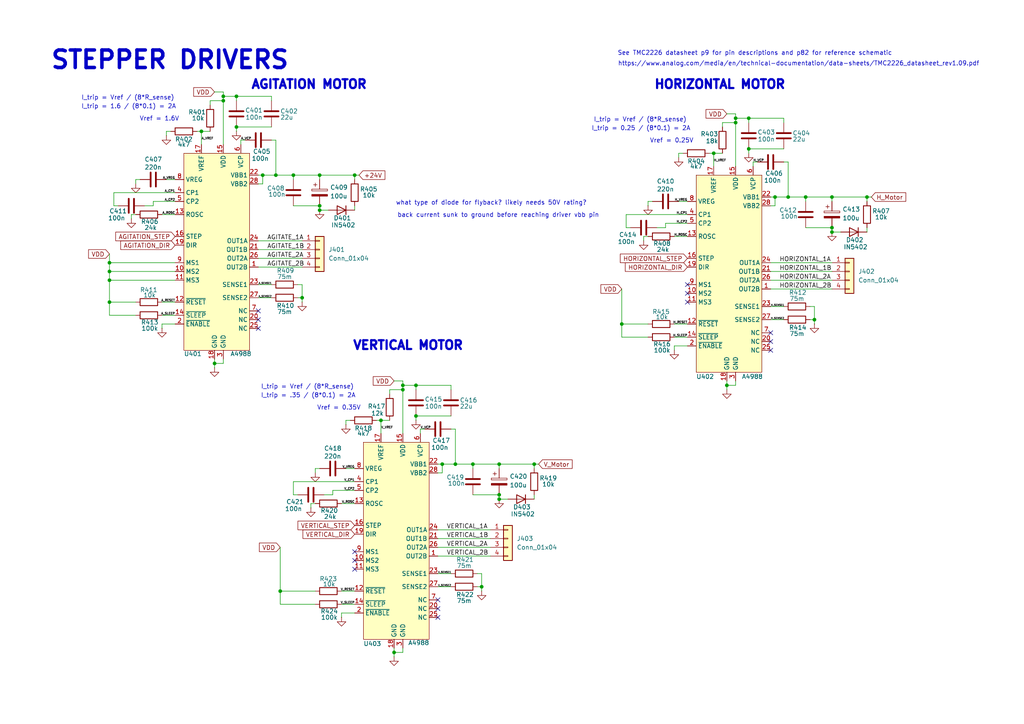
<source format=kicad_sch>
(kicad_sch (version 20250114) (generator "eeschema") (generator_version "9.0")
  (paper "A4")
  (lib_symbols
    (symbol "A4988_1"
      (property "Reference" "U" (at -7.874 20.066 0))
      (property "Value" "A4988" (at 7.366 -39.37 0))
      (symbol "A4988_1_1_1"
        (pin passive line (at -11.43 11.43 0) (length 2.54) (name "VREG") (number "8"))
        (pin input line (at -11.43 7.62 0) (length 2.54) (name "CP1") (number "4"))
        (pin input line (at -11.43 5.08 0) (length 2.54) (name "CP2") (number "5"))
        (pin input line (at -11.43 1.27 0) (length 2.54) (name "ROSC") (number "13"))
        (pin input line (at -11.43 -5.08 0) (length 2.54) (name "STEP") (number "16"))
        (pin input line (at -11.43 -7.62 0) (length 2.54) (name "DIR") (number "19"))
        (pin input line (at -11.43 -12.7 0) (length 2.54) (name "MS1") (number "9"))
        (pin input line (at -11.43 -15.24 0) (length 2.54) (name "MS2") (number "10"))
        (pin input line (at -11.43 -17.78 0) (length 2.54) (name "MS3") (number "11"))
        (pin input line (at -11.43 -24.13 0) (length 2.54) (name "~{RESET}") (number "12"))
        (pin input line (at -11.43 -27.94 0) (length 2.54) (name "~{SLEEP}") (number "14"))
        (pin input line (at -11.43 -30.48 0) (length 2.54) (name "~{ENABLE}") (number "2"))
        (pin passive line (at -3.81 21.59 270) (length 2.54) (name "VREF") (number "17"))
        (pin passive line (at 0 -40.64 90) (length 2.54) (name "GND") (number "18"))
        (pin passive line (at 2.54 21.59 270) (length 2.54) (name "VDD") (number "15"))
        (pin passive line (at 2.54 -40.64 90) (length 2.54) (name "GND") (number "3"))
        (pin input line (at 7.62 21.59 270) (length 2.54) (name "VCP") (number "6"))
        (pin input line (at 12.7 12.7 180) (length 2.54) (name "VBB1") (number "22"))
        (pin input line (at 12.7 10.16 180) (length 2.54) (name "VBB2") (number "28"))
        (pin output line (at 12.7 -6.35 180) (length 2.54) (name "OUT1A") (number "24"))
        (pin output line (at 12.7 -8.89 180) (length 2.54) (name "OUT1B") (number "21"))
        (pin output line (at 12.7 -11.43 180) (length 2.54) (name "OUT2A") (number "26"))
        (pin output line (at 12.7 -13.97 180) (length 2.54) (name "OUT2B") (number "1"))
        (pin passive line (at 12.7 -19.05 180) (length 2.54) (name "SENSE1") (number "23"))
        (pin passive line (at 12.7 -22.86 180) (length 2.54) (name "SENSE2") (number "27"))
        (pin passive line (at 12.7 -26.67 180) (length 2.54) (name "NC") (number "7"))
        (pin passive line (at 12.7 -29.21 180) (length 2.54) (name "NC") (number "20"))
        (pin passive line (at 12.7 -31.75 180) (length 2.54) (name "NC") (number "25"))
      )
    )
    (symbol "Connector_Generic:Conn_01x04" (pin_names (offset 1.016) (hide yes))
      (property "Reference" "J" (at 0 5.08 0))
      (property "Value" "Conn_01x04" (at 0 -7.62 0))
      (symbol "Conn_01x04_1_1"
        (pin passive line (at -5.08 2.54 0) (length 3.81) (name "Pin_1") (number "1"))
        (pin passive line (at -5.08 0 0) (length 3.81) (name "Pin_2") (number "2"))
        (pin passive line (at -5.08 -2.54 0) (length 3.81) (name "Pin_3") (number "3"))
        (pin passive line (at -5.08 -5.08 0) (length 3.81) (name "Pin_4") (number "4"))
      )
    )
    (symbol "Device:C" (pin_numbers (hide yes)) (pin_names (offset 0.254))
      (property "Reference" "C" (at 0.635 2.54 0))
      (property "Value" "C" (at 0.635 -2.54 0))
      (symbol "C_1_1"
        (pin passive line (at 0 3.81 270) (length 2.794) (name "~") (number "1"))
        (pin passive line (at 0 -3.81 90) (length 2.794) (name "~") (number "2"))
      )
    )
    (symbol "Device:C_Polarized" (pin_numbers (hide yes)) (pin_names (offset 0.254))
      (property "Reference" "C" (at 0.635 2.54 0))
      (property "Value" "C_Polarized" (at 0.635 -2.54 0))
      (symbol "C_Polarized_1_1"
        (pin passive line (at 0 3.81 270) (length 2.794) (name "~") (number "1"))
        (pin passive line (at 0 -3.81 90) (length 2.794) (name "~") (number "2"))
      )
    )
    (symbol "Device:D" (pin_numbers (hide yes)) (pin_names (offset 1.016) (hide yes))
      (property "Reference" "D" (at 0 2.54 0))
      (property "Value" "D" (at 0 -2.54 0))
      (symbol "D_1_1"
        (pin passive line (at -3.81 0 0) (length 2.54) (name "K") (number "1"))
        (pin passive line (at 3.81 0 180) (length 2.54) (name "A") (number "2"))
      )
    )
    (symbol "Device:R" (pin_numbers (hide yes)) (pin_names (offset 0))
      (property "Reference" "R" (at 2.032 0 90))
      (property "Value" "R" (at 0 0 90))
      (symbol "R_1_1"
        (pin passive line (at 0 3.81 270) (length 1.27) (name "~") (number "1"))
        (pin passive line (at 0 -3.81 90) (length 1.27) (name "~") (number "2"))
      )
    )
    (symbol "a4988_symbol:A4988"
      (property "Reference" "U" (at -7.874 20.066 0))
      (property "Value" "A4988" (at 7.366 -39.37 0))
      (symbol "A4988_1_1"
        (pin passive line (at -11.43 11.43 0) (length 2.54) (name "VREG") (number "8"))
        (pin input line (at -11.43 7.62 0) (length 2.54) (name "CP1") (number "4"))
        (pin input line (at -11.43 5.08 0) (length 2.54) (name "CP2") (number "5"))
        (pin input line (at -11.43 1.27 0) (length 2.54) (name "ROSC") (number "13"))
        (pin input line (at -11.43 -5.08 0) (length 2.54) (name "STEP") (number "16"))
        (pin input line (at -11.43 -7.62 0) (length 2.54) (name "DIR") (number "19"))
        (pin input line (at -11.43 -12.7 0) (length 2.54) (name "MS1") (number "9"))
        (pin input line (at -11.43 -15.24 0) (length 2.54) (name "MS2") (number "10"))
        (pin input line (at -11.43 -17.78 0) (length 2.54) (name "MS3") (number "11"))
        (pin input line (at -11.43 -24.13 0) (length 2.54) (name "~{RESET}") (number "12"))
        (pin input line (at -11.43 -27.94 0) (length 2.54) (name "~{SLEEP}") (number "14"))
        (pin input line (at -11.43 -30.48 0) (length 2.54) (name "~{ENABLE}") (number "2"))
        (pin passive line (at -3.81 21.59 270) (length 2.54) (name "VREF") (number "17"))
        (pin passive line (at 0 -40.64 90) (length 2.54) (name "GND") (number "18"))
        (pin passive line (at 2.54 21.59 270) (length 2.54) (name "VDD") (number "15"))
        (pin passive line (at 2.54 -40.64 90) (length 2.54) (name "GND") (number "3"))
        (pin input line (at 7.62 21.59 270) (length 2.54) (name "VCP") (number "6"))
        (pin input line (at 12.7 12.7 180) (length 2.54) (name "VBB1") (number "22"))
        (pin input line (at 12.7 10.16 180) (length 2.54) (name "VBB2") (number "28"))
        (pin output line (at 12.7 -6.35 180) (length 2.54) (name "OUT1A") (number "24"))
        (pin output line (at 12.7 -8.89 180) (length 2.54) (name "OUT1B") (number "21"))
        (pin output line (at 12.7 -11.43 180) (length 2.54) (name "OUT2A") (number "26"))
        (pin output line (at 12.7 -13.97 180) (length 2.54) (name "OUT2B") (number "1"))
        (pin passive line (at 12.7 -19.05 180) (length 2.54) (name "SENSE1") (number "23"))
        (pin passive line (at 12.7 -22.86 180) (length 2.54) (name "SENSE2") (number "27"))
        (pin passive line (at 12.7 -26.67 180) (length 2.54) (name "NC") (number "7"))
        (pin passive line (at 12.7 -29.21 180) (length 2.54) (name "NC") (number "20"))
        (pin passive line (at 12.7 -31.75 180) (length 2.54) (name "NC") (number "25"))
      )
    )
    (symbol "power:GND" (power) (pin_numbers (hide yes)) (pin_names (offset 0) (hide yes))
      (property "Value" "GND" (at 0 -3.81 0))
      (symbol "GND_1_1"
        (pin power_in line (at 0 0 270) (length 0) (name "~") (number "1"))
      )
    )
  )
  (text "I_trip = 0.25 / (8*0.1) = 2A" (at 185.928 37.338 0) (effects (font (size 1.27 1.27))))
  (text "I_trip = Vref / (8*R_sense)" (at 89.154 112.268 0) (effects (font (size 1.27 1.27))))
  (text "I_trip = Vref / (8*R_sense)" (at 37.084 28.448 0) (effects (font (size 1.27 1.27))))
  (text "Vref = 1.6V" (at 46.228 34.544 0) (effects (font (size 1.27 1.27))))
  (text "I_trip = Vref / (8*R_sense)" (at 185.674 34.798 0) (effects (font (size 1.27 1.27))))
  (text "VERTICAL MOTOR" (at 118.364 100.33 0) (effects (font (size 2.54 2.54) (thickness 1.016) (bold yes))))
  (text "back current sunk to ground before reaching driver vbb pin" (at 144.526 62.484 0) (effects (font (size 1.27 1.27))))
  (text "Vref = 0.35V" (at 98.298 118.364 0) (effects (font (size 1.27 1.27))))
  (text "I_trip = .35 / (8*0.1) = 2A" (at 89.408 114.808 0) (effects (font (size 1.27 1.27))))
  (text "AGITATION MOTOR" (at 89.662 24.638 0) (effects (font (size 2.54 2.54) (thickness 1.016) (bold yes))))
  (text "STEPPER DRIVERS" (at 49.276 17.526 0) (effects (font (size 5.08 5.08) (thickness 1.016) (bold yes))))
  (text "See TMC2226 datasheet p9 for pin descriptions and p82 for reference schematic\n" (at 218.948 15.494 0) (effects (font (size 1.27 1.27))))
  (text "Vref = 0.25V" (at 194.818 40.894 0) (effects (font (size 1.27 1.27))))
  (text "HORIZONTAL MOTOR" (at 208.788 24.638 0) (effects (font (size 2.54 2.54) (thickness 1.016) (bold yes))))
  (text "https://www.analog.com/media/en/technical-documentation/data-sheets/TMC2226_datasheet_rev1.09.pdf" (at 231.648 18.542 0) (effects (font (size 1.27 1.27))))
  (text "I_trip = 1.6 / (8*0.1) = 2A" (at 37.338 30.988 0) (effects (font (size 1.27 1.27))))
  (text "what type of diode for flyback? likely needs 50V rating?" (at 142.494 58.928 0) (effects (font (size 1.27 1.27))))
  (junction (at 180.34 93.98))
  (junction (at 217.17 43.18))
  (junction (at 241.3 57.15))
  (junction (at 64.77 29.21))
  (junction (at 62.23 105.41))
  (junction (at 110.49 121.92))
  (junction (at 92.71 50.8))
  (junction (at 68.58 27.94))
  (junction (at 120.65 120.65))
  (junction (at 217.17 34.29))
  (junction (at 102.87 50.8))
  (junction (at 31.75 81.28))
  (junction (at 233.68 57.15))
  (junction (at 224.79 57.15))
  (junction (at 64.77 27.94))
  (junction (at 31.75 78.74))
  (junction (at 58.42 38.1))
  (junction (at 251.46 57.15))
  (junction (at 144.78 144.78))
  (junction (at 241.3 66.04))
  (junction (at 128.27 134.62))
  (junction (at 68.58 36.83))
  (junction (at 213.36 34.29))
  (junction (at 154.94 134.62))
  (junction (at 92.71 59.69))
  (junction (at 116.84 113.03))
  (junction (at 228.6 57.15))
  (junction (at 87.63 86.36))
  (junction (at 139.7 170.18))
  (junction (at 31.75 76.2))
  (junction (at 92.71 60.96))
  (junction (at 76.2 50.8))
  (junction (at 210.82 111.76))
  (junction (at 144.78 134.62))
  (junction (at 241.3 67.31))
  (junction (at 80.01 50.8))
  (junction (at 236.22 92.71))
  (junction (at 207.01 44.45))
  (junction (at 120.65 111.76))
  (junction (at 31.75 87.63))
  (junction (at 144.78 143.51))
  (junction (at 213.36 35.56))
  (junction (at 132.08 134.62))
  (junction (at 114.3 189.23))
  (junction (at 116.84 111.76))
  (junction (at 137.16 134.62))
  (junction (at 85.09 50.8))
  (junction (at 81.28 171.45))
  (no_connect (at 223.52 96.52))
  (no_connect (at 102.87 162.56))
  (no_connect (at 199.39 87.63))
  (no_connect (at 74.93 90.17))
  (no_connect (at 74.93 92.71))
  (no_connect (at 199.39 82.55))
  (no_connect (at 199.39 85.09))
  (no_connect (at 102.87 160.02))
  (no_connect (at 74.93 95.25))
  (no_connect (at 127 179.07))
  (no_connect (at 102.87 165.1))
  (no_connect (at 127 176.53))
  (no_connect (at 223.52 101.6))
  (no_connect (at 127 173.99))
  (no_connect (at 223.52 99.06))
  (wire (pts (xy 101.6 121.92) (xy 100.33 121.92)))
  (wire (pts (xy 121.92 124.46) (xy 123.19 124.46)))
  (wire (pts (xy 223.52 88.9) (xy 227.33 88.9)))
  (wire (pts (xy 69.85 41.91) (xy 69.85 40.64)))
  (wire (pts (xy 50.8 78.74) (xy 31.75 78.74)))
  (wire (pts (xy 217.17 34.29) (xy 217.17 35.56)))
  (wire (pts (xy 96.52 142.24) (xy 96.52 143.51)))
  (wire (pts (xy 187.96 58.42) (xy 189.23 58.42)))
  (wire (pts (xy 85.09 139.7) (xy 85.09 143.51)))
  (wire (pts (xy 85.09 139.7) (xy 102.87 139.7)))
  (wire (pts (xy 114.3 110.49) (xy 116.84 110.49)))
  (wire (pts (xy 195.58 100.33) (xy 195.58 101.6)))
  (wire (pts (xy 209.55 35.56) (xy 213.36 35.56)))
  (wire (pts (xy 99.06 177.8) (xy 99.06 179.07)))
  (wire (pts (xy 78.74 40.64) (xy 80.01 40.64)))
  (wire (pts (xy 100.33 121.92) (xy 100.33 123.19)))
  (wire (pts (xy 38.1 62.23) (xy 38.1 63.5)))
  (wire (pts (xy 49.53 38.1) (xy 48.26 38.1)))
  (wire (pts (xy 96.52 142.24) (xy 102.87 142.24)))
  (wire (pts (xy 128.27 134.62) (xy 132.08 134.62)))
  (wire (pts (xy 116.84 189.23) (xy 114.3 189.23)))
  (wire (pts (xy 241.3 58.42) (xy 241.3 57.15)))
  (wire (pts (xy 68.58 36.83) (xy 68.58 38.1)))
  (wire (pts (xy 210.82 110.49) (xy 210.82 111.76)))
  (wire (pts (xy 74.93 77.47) (xy 87.63 77.47)))
  (wire (pts (xy 217.17 43.18) (xy 227.33 43.18)))
  (wire (pts (xy 102.87 50.8) (xy 104.14 50.8)))
  (wire (pts (xy 223.52 92.71) (xy 227.33 92.71)))
  (wire (pts (xy 64.77 41.91) (xy 64.77 29.21)))
  (wire (pts (xy 91.44 135.89) (xy 92.71 135.89)))
  (wire (pts (xy 31.75 81.28) (xy 31.75 78.74)))
  (wire (pts (xy 87.63 86.36) (xy 87.63 87.63)))
  (wire (pts (xy 93.98 143.51) (xy 96.52 143.51)))
  (wire (pts (xy 251.46 57.15) (xy 241.3 57.15)))
  (wire (pts (xy 195.58 93.98) (xy 199.39 93.98)))
  (wire (pts (xy 241.3 67.31) (xy 243.84 67.31)))
  (wire (pts (xy 81.28 158.75) (xy 81.28 171.45)))
  (wire (pts (xy 116.84 113.03) (xy 116.84 111.76)))
  (wire (pts (xy 99.06 171.45) (xy 102.87 171.45)))
  (wire (pts (xy 213.36 48.26) (xy 213.36 35.56)))
  (wire (pts (xy 180.34 97.79) (xy 180.34 93.98)))
  (wire (pts (xy 64.77 105.41) (xy 62.23 105.41)))
  (wire (pts (xy 144.78 143.51) (xy 144.78 144.78)))
  (wire (pts (xy 91.44 146.05) (xy 90.17 146.05)))
  (wire (pts (xy 223.52 76.2) (xy 241.3 76.2)))
  (wire (pts (xy 114.3 187.96) (xy 114.3 189.23)))
  (wire (pts (xy 207.01 44.45) (xy 207.01 48.26)))
  (wire (pts (xy 223.52 78.74) (xy 241.3 78.74)))
  (wire (pts (xy 236.22 92.71) (xy 236.22 93.98)))
  (wire (pts (xy 213.36 33.02) (xy 213.36 34.29)))
  (wire (pts (xy 46.99 93.98) (xy 46.99 95.25)))
  (wire (pts (xy 60.96 38.1) (xy 58.42 38.1)))
  (wire (pts (xy 241.3 66.04) (xy 241.3 67.31)))
  (wire (pts (xy 81.28 175.26) (xy 81.28 171.45)))
  (wire (pts (xy 100.33 135.89) (xy 102.87 135.89)))
  (wire (pts (xy 113.03 113.03) (xy 113.03 114.3)))
  (wire (pts (xy 46.99 62.23) (xy 50.8 62.23)))
  (wire (pts (xy 80.01 40.64) (xy 80.01 50.8)))
  (wire (pts (xy 210.82 111.76) (xy 210.82 113.03)))
  (wire (pts (xy 154.94 134.62) (xy 156.21 134.62)))
  (wire (pts (xy 91.44 137.16) (xy 91.44 135.89)))
  (wire (pts (xy 68.58 27.94) (xy 68.58 29.21)))
  (wire (pts (xy 139.7 166.37) (xy 139.7 170.18)))
  (wire (pts (xy 85.09 50.8) (xy 85.09 52.07)))
  (wire (pts (xy 50.8 81.28) (xy 31.75 81.28)))
  (wire (pts (xy 114.3 189.23) (xy 114.3 190.5)))
  (wire (pts (xy 44.45 58.42) (xy 50.8 58.42)))
  (wire (pts (xy 205.74 44.45) (xy 207.01 44.45)))
  (wire (pts (xy 62.23 104.14) (xy 62.23 105.41)))
  (wire (pts (xy 64.77 26.67) (xy 64.77 27.94)))
  (wire (pts (xy 113.03 121.92) (xy 110.49 121.92)))
  (wire (pts (xy 50.8 76.2) (xy 31.75 76.2)))
  (wire (pts (xy 193.04 64.77) (xy 193.04 66.04)))
  (wire (pts (xy 233.68 66.04) (xy 241.3 66.04)))
  (wire (pts (xy 121.92 125.73) (xy 121.92 124.46)))
  (wire (pts (xy 85.09 143.51) (xy 86.36 143.51)))
  (wire (pts (xy 116.84 111.76) (xy 120.65 111.76)))
  (wire (pts (xy 64.77 29.21) (xy 64.77 27.94)))
  (wire (pts (xy 234.95 92.71) (xy 236.22 92.71)))
  (wire (pts (xy 223.52 59.69) (xy 224.79 59.69)))
  (wire (pts (xy 234.95 88.9) (xy 236.22 88.9)))
  (wire (pts (xy 251.46 66.04) (xy 251.46 67.31)))
  (wire (pts (xy 228.6 57.15) (xy 233.68 57.15)))
  (wire (pts (xy 86.36 86.36) (xy 87.63 86.36)))
  (wire (pts (xy 39.37 52.07) (xy 40.64 52.07)))
  (wire (pts (xy 120.65 111.76) (xy 120.65 113.03)))
  (wire (pts (xy 109.22 121.92) (xy 110.49 121.92)))
  (wire (pts (xy 224.79 57.15) (xy 224.79 59.69)))
  (wire (pts (xy 127 156.21) (xy 142.24 156.21)))
  (wire (pts (xy 31.75 78.74) (xy 31.75 76.2)))
  (wire (pts (xy 33.02 55.88) (xy 50.8 55.88)))
  (wire (pts (xy 128.27 134.62) (xy 127 134.62)))
  (wire (pts (xy 224.79 57.15) (xy 228.6 57.15)))
  (wire (pts (xy 39.37 62.23) (xy 38.1 62.23)))
  (wire (pts (xy 58.42 38.1) (xy 58.42 41.91)))
  (wire (pts (xy 186.69 68.58) (xy 186.69 69.85)))
  (wire (pts (xy 62.23 105.41) (xy 62.23 106.68)))
  (wire (pts (xy 46.99 91.44) (xy 50.8 91.44)))
  (wire (pts (xy 64.77 27.94) (xy 68.58 27.94)))
  (wire (pts (xy 102.87 50.8) (xy 92.71 50.8)))
  (wire (pts (xy 80.01 50.8) (xy 85.09 50.8)))
  (wire (pts (xy 180.34 83.82) (xy 180.34 93.98)))
  (wire (pts (xy 74.93 72.39) (xy 87.63 72.39)))
  (wire (pts (xy 138.43 170.18) (xy 139.7 170.18)))
  (wire (pts (xy 81.28 171.45) (xy 91.44 171.45)))
  (wire (pts (xy 209.55 44.45) (xy 207.01 44.45)))
  (wire (pts (xy 46.99 93.98) (xy 50.8 93.98)))
  (wire (pts (xy 60.96 29.21) (xy 60.96 30.48)))
  (wire (pts (xy 196.85 44.45) (xy 196.85 45.72)))
  (wire (pts (xy 39.37 53.34) (xy 39.37 52.07)))
  (wire (pts (xy 69.85 40.64) (xy 71.12 40.64)))
  (wire (pts (xy 224.79 57.15) (xy 223.52 57.15)))
  (wire (pts (xy 144.78 144.78) (xy 147.32 144.78)))
  (wire (pts (xy 130.81 111.76) (xy 130.81 113.03)))
  (wire (pts (xy 127 158.75) (xy 142.24 158.75)))
  (wire (pts (xy 31.75 87.63) (xy 31.75 81.28)))
  (wire (pts (xy 127 161.29) (xy 142.24 161.29)))
  (wire (pts (xy 127 153.67) (xy 142.24 153.67)))
  (wire (pts (xy 181.61 66.04) (xy 182.88 66.04)))
  (wire (pts (xy 92.71 59.69) (xy 92.71 60.96)))
  (wire (pts (xy 138.43 166.37) (xy 139.7 166.37)))
  (wire (pts (xy 85.09 50.8) (xy 92.71 50.8)))
  (wire (pts (xy 33.02 59.69) (xy 34.29 59.69)))
  (wire (pts (xy 116.84 110.49) (xy 116.84 111.76)))
  (wire (pts (xy 213.36 111.76) (xy 210.82 111.76)))
  (wire (pts (xy 180.34 97.79) (xy 187.96 97.79)))
  (wire (pts (xy 217.17 34.29) (xy 227.33 34.29)))
  (wire (pts (xy 33.02 55.88) (xy 33.02 59.69)))
  (wire (pts (xy 127 170.18) (xy 130.81 170.18)))
  (wire (pts (xy 137.16 143.51) (xy 144.78 143.51)))
  (wire (pts (xy 81.28 175.26) (xy 91.44 175.26)))
  (wire (pts (xy 116.84 125.73) (xy 116.84 113.03)))
  (wire (pts (xy 154.94 143.51) (xy 154.94 144.78)))
  (wire (pts (xy 76.2 50.8) (xy 80.01 50.8)))
  (wire (pts (xy 48.26 52.07) (xy 50.8 52.07)))
  (wire (pts (xy 78.74 27.94) (xy 78.74 29.21)))
  (wire (pts (xy 90.17 146.05) (xy 90.17 147.32)))
  (wire (pts (xy 85.09 59.69) (xy 92.71 59.69)))
  (wire (pts (xy 62.23 26.67) (xy 64.77 26.67)))
  (wire (pts (xy 46.99 87.63) (xy 50.8 87.63)))
  (wire (pts (xy 181.61 62.23) (xy 181.61 66.04)))
  (wire (pts (xy 227.33 34.29) (xy 227.33 35.56)))
  (wire (pts (xy 120.65 111.76) (xy 130.81 111.76)))
  (wire (pts (xy 120.65 120.65) (xy 120.65 121.92)))
  (wire (pts (xy 233.68 57.15) (xy 241.3 57.15)))
  (wire (pts (xy 120.65 120.65) (xy 130.81 120.65)))
  (wire (pts (xy 132.08 134.62) (xy 137.16 134.62)))
  (wire (pts (xy 41.91 59.69) (xy 44.45 59.69)))
  (wire (pts (xy 99.06 175.26) (xy 102.87 175.26)))
  (wire (pts (xy 48.26 38.1) (xy 48.26 39.37)))
  (wire (pts (xy 137.16 134.62) (xy 144.78 134.62)))
  (wire (pts (xy 110.49 121.92) (xy 110.49 125.73)))
  (wire (pts (xy 127 166.37) (xy 130.81 166.37)))
  (wire (pts (xy 144.78 135.89) (xy 144.78 134.62)))
  (wire (pts (xy 154.94 134.62) (xy 144.78 134.62)))
  (wire (pts (xy 196.85 58.42) (xy 199.39 58.42)))
  (wire (pts (xy 102.87 52.07) (xy 102.87 50.8)))
  (wire (pts (xy 251.46 58.42) (xy 251.46 57.15)))
  (wire (pts (xy 198.12 44.45) (xy 196.85 44.45)))
  (wire (pts (xy 76.2 50.8) (xy 76.2 53.34)))
  (wire (pts (xy 31.75 91.44) (xy 31.75 87.63)))
  (wire (pts (xy 223.52 83.82) (xy 241.3 83.82)))
  (wire (pts (xy 218.44 48.26) (xy 218.44 46.99)))
  (wire (pts (xy 213.36 34.29) (xy 217.17 34.29)))
  (wire (pts (xy 187.96 68.58) (xy 186.69 68.58)))
  (wire (pts (xy 217.17 43.18) (xy 217.17 44.45)))
  (wire (pts (xy 99.06 177.8) (xy 102.87 177.8)))
  (wire (pts (xy 87.63 82.55) (xy 87.63 86.36)))
  (wire (pts (xy 180.34 93.98) (xy 187.96 93.98)))
  (wire (pts (xy 99.06 146.05) (xy 102.87 146.05)))
  (wire (pts (xy 31.75 91.44) (xy 39.37 91.44)))
  (wire (pts (xy 130.81 124.46) (xy 132.08 124.46)))
  (wire (pts (xy 195.58 100.33) (xy 199.39 100.33)))
  (wire (pts (xy 74.93 69.85) (xy 87.63 69.85)))
  (wire (pts (xy 74.93 86.36) (xy 78.74 86.36)))
  (wire (pts (xy 127 137.16) (xy 128.27 137.16)))
  (wire (pts (xy 195.58 97.79) (xy 199.39 97.79)))
  (wire (pts (xy 113.03 113.03) (xy 116.84 113.03)))
  (wire (pts (xy 187.96 59.69) (xy 187.96 58.42)))
  (wire (pts (xy 102.87 59.69) (xy 102.87 60.96)))
  (wire (pts (xy 236.22 88.9) (xy 236.22 92.71)))
  (wire (pts (xy 116.84 187.96) (xy 116.84 189.23)))
  (wire (pts (xy 139.7 170.18) (xy 139.7 171.45)))
  (wire (pts (xy 68.58 27.94) (xy 78.74 27.94)))
  (wire (pts (xy 218.44 46.99) (xy 219.71 46.99)))
  (wire (pts (xy 195.58 68.58) (xy 199.39 68.58)))
  (wire (pts (xy 64.77 104.14) (xy 64.77 105.41)))
  (wire (pts (xy 68.58 36.83) (xy 78.74 36.83)))
  (wire (pts (xy 137.16 134.62) (xy 137.16 135.89)))
  (wire (pts (xy 193.04 64.77) (xy 199.39 64.77)))
  (wire (pts (xy 233.68 57.15) (xy 233.68 58.42)))
  (wire (pts (xy 210.82 33.02) (xy 213.36 33.02)))
  (wire (pts (xy 31.75 73.66) (xy 31.75 76.2)))
  (wire (pts (xy 92.71 60.96) (xy 95.25 60.96)))
  (wire (pts (xy 209.55 35.56) (xy 209.55 36.83)))
  (wire (pts (xy 92.71 52.07) (xy 92.71 50.8)))
  (wire (pts (xy 57.15 38.1) (xy 58.42 38.1)))
  (wire (pts (xy 74.93 82.55) (xy 78.74 82.55)))
  (wire (pts (xy 74.93 53.34) (xy 76.2 53.34)))
  (wire (pts (xy 86.36 82.55) (xy 87.63 82.55)))
  (wire (pts (xy 223.52 81.28) (xy 241.3 81.28)))
  (wire (pts (xy 132.08 124.46) (xy 132.08 134.62)))
  (wire (pts (xy 74.93 74.93) (xy 87.63 74.93)))
  (wire (pts (xy 228.6 46.99) (xy 228.6 57.15)))
  (wire (pts (xy 31.75 87.63) (xy 39.37 87.63)))
  (wire (pts (xy 181.61 62.23) (xy 199.39 62.23)))
  (wire (pts (xy 76.2 50.8) (xy 74.93 50.8)))
  (wire (pts (xy 227.33 46.99) (xy 228.6 46.99)))
  (wire (pts (xy 213.36 35.56) (xy 213.36 34.29)))
  (wire (pts (xy 190.5 66.04) (xy 193.04 66.04)))
  (wire (pts (xy 213.36 110.49) (xy 213.36 111.76)))
  (wire (pts (xy 251.46 57.15) (xy 252.73 57.15)))
  (wire (pts (xy 60.96 29.21) (xy 64.77 29.21)))
  (wire (pts (xy 44.45 58.42) (xy 44.45 59.69)))
  (wire (pts (xy 154.94 135.89) (xy 154.94 134.62)))
  (wire (pts (xy 128.27 134.62) (xy 128.27 137.16)))
  (label "V_CP2" (at 102.87 142.24 180) (effects (font (size 0.635 0.635))))
  (label "H_RESET" (at 199.39 93.98 180) (effects (font (size 0.635 0.635))))
  (label "AGITATE_2B" (at 77.47 77.47 0))
  (label "VERTICAL_2A" (at 129.54 158.75 0))
  (label "HORIZONTAL_1A" (at 226.06 76.2 0))
  (label "AGITATE_1B" (at 77.47 72.39 0))
  (label "V_RESET" (at 102.87 171.45 180) (effects (font (size 0.635 0.635))))
  (label "H_SENSE2" (at 223.52 92.71 0) (effects (font (size 0.508 0.508))))
  (label "H_SLEEP" (at 199.39 97.79 180) (effects (font (size 0.635 0.635))))
  (label "A_SENSE2" (at 74.93 86.36 0) (effects (font (size 0.508 0.508))))
  (label "V_VCP" (at 121.92 124.46 0) (effects (font (size 0.635 0.635))))
  (label "A_CP1" (at 50.8 55.88 180) (effects (font (size 0.635 0.635))))
  (label "HORIZONTAL_2B" (at 226.06 83.82 0))
  (label "H_CP1" (at 199.39 62.23 180) (effects (font (size 0.635 0.635))))
  (label "H_VREG" (at 199.39 58.42 180) (effects (font (size 0.635 0.635))))
  (label "A_SENSE1" (at 74.93 82.55 0) (effects (font (size 0.508 0.508))))
  (label "VERTICAL_1B" (at 129.54 156.21 0))
  (label "A_RESET" (at 50.8 87.63 180) (effects (font (size 0.635 0.635))))
  (label "V_ROSC" (at 102.87 146.05 180) (effects (font (size 0.635 0.635))))
  (label "V_SENSE1" (at 127 166.37 0) (effects (font (size 0.508 0.508))))
  (label "AGITATE_2A" (at 77.47 74.93 0))
  (label "V_VREG" (at 102.87 135.89 180) (effects (font (size 0.635 0.635))))
  (label "H_CP2" (at 199.39 64.77 180) (effects (font (size 0.635 0.635))))
  (label "A_VREG" (at 50.8 52.07 180) (effects (font (size 0.635 0.635))))
  (label "V_VREF" (at 110.49 124.46 0) (effects (font (size 0.635 0.635))))
  (label "A_SLEEP" (at 50.8 91.44 180) (effects (font (size 0.635 0.635))))
  (label "VERTICAL_1A" (at 129.54 153.67 0))
  (label "VERTICAL_2B" (at 129.54 161.29 0))
  (label "A_ROSC" (at 50.8 62.23 180) (effects (font (size 0.635 0.635))))
  (label "A_VREF" (at 58.42 40.64 0) (effects (font (size 0.635 0.635))))
  (label "HORIZONTAL_2A" (at 226.06 81.28 0))
  (label "V_CP1" (at 102.87 139.7 180) (effects (font (size 0.635 0.635))))
  (label "A_VCP" (at 69.85 40.64 0) (effects (font (size 0.635 0.635))))
  (label "AGITATE_1A" (at 77.47 69.85 0))
  (label "A_CP2" (at 50.8 58.42 180) (effects (font (size 0.635 0.635))))
  (label "H_VCP" (at 218.44 46.99 0) (effects (font (size 0.635 0.635))))
  (label "V_SLEEP" (at 102.87 175.26 180) (effects (font (size 0.635 0.635))))
  (label "H_VREF" (at 207.01 46.99 0) (effects (font (size 0.635 0.635))))
  (label "HORIZONTAL_1B" (at 226.06 78.74 0))
  (label "H_ROSC" (at 199.39 68.58 180) (effects (font (size 0.635 0.635))))
  (label "V_SENSE2" (at 127 170.18 0) (effects (font (size 0.508 0.508))))
  (label "H_SENSE1" (at 223.52 88.9 0) (effects (font (size 0.508 0.508))))
  (global_label "VDD" (shape input) (at 180.34 83.82 180) (property "Intersheetrefs" "${INTERSHEET_REFS}" (effects (hide yes))))
  (global_label "+24V" (shape input) (at 104.14 50.8 0) (property "Intersheetrefs" "${INTERSHEET_REFS}" (effects (hide yes))))
  (global_label "VERTICAL_DIR" (shape input) (at 102.87 154.94 180) (property "Intersheetrefs" "${INTERSHEET_REFS}" (effects (hide yes))))
  (global_label "VDD" (shape input) (at 114.3 110.49 180) (property "Intersheetrefs" "${INTERSHEET_REFS}" (effects (hide yes))))
  (global_label "AGITATION_STEP" (shape input) (at 50.8 68.58 180) (property "Intersheetrefs" "${INTERSHEET_REFS}" (effects (hide yes))))
  (global_label "VDD" (shape input) (at 210.82 33.02 180) (property "Intersheetrefs" "${INTERSHEET_REFS}" (effects (hide yes))))
  (global_label "HORIZONTAL_DIR" (shape input) (at 199.39 77.47 180) (property "Intersheetrefs" "${INTERSHEET_REFS}" (effects (hide yes))))
  (global_label "VDD" (shape input) (at 62.23 26.67 180) (property "Intersheetrefs" "${INTERSHEET_REFS}" (effects (hide yes))))
  (global_label "AGITATION_DIR" (shape input) (at 50.8 71.12 180) (property "Intersheetrefs" "${INTERSHEET_REFS}" (effects (hide yes))))
  (global_label "VERTICAL_STEP" (shape input) (at 102.87 152.4 180) (property "Intersheetrefs" "${INTERSHEET_REFS}" (effects (hide yes))))
  (global_label "VDD" (shape input) (at 31.75 73.66 180) (property "Intersheetrefs" "${INTERSHEET_REFS}" (effects (hide yes))))
  (global_label "HORIZONTAL_STEP" (shape input) (at 199.39 74.93 180) (property "Intersheetrefs" "${INTERSHEET_REFS}" (effects (hide yes))))
  (global_label "H_Motor" (shape input) (at 252.73 57.15 0) (property "Intersheetrefs" "${INTERSHEET_REFS}" (effects (hide yes))))
  (global_label "VDD" (shape input) (at 81.28 158.75 180) (property "Intersheetrefs" "${INTERSHEET_REFS}" (effects (hide yes))))
  (global_label "V_Motor" (shape input) (at 156.21 134.62 0) (property "Intersheetrefs" "${INTERSHEET_REFS}" (effects (hide yes))))
  (symbol (lib_id "power:GND") (at 196.85 45.72 0) (unit 1)
    (property "Reference" "#PWR0404" (effects (hide yes)))
    (property "Value" "GND" (effects (hide yes)))
    (property "Description" "Power symbol creates a global label with name \"GND\" , ground" (effects (hide yes)))
  )
  (symbol (lib_id "power:GND") (at 186.69 69.85 0) (unit 1)
    (property "Reference" "#PWR0410" (effects (hide yes)))
    (property "Value" "GND" (effects (hide yes)))
    (property "Description" "Power symbol creates a global label with name \"GND\" , ground" (effects (hide yes)))
  )
  (symbol (lib_id "Device:C_Polarized") (at 144.78 139.7 0) (unit 1) (in_bom no)
    (property "Reference" "C420" (at 147.828 138.176 0) (effects (justify left)))
    (property "Value" "100u" (at 147.828 140.716 0) (effects (justify left)))
    (property "Footprint" "Capacitor_THT:CP_Radial_D16.0mm_P7.50mm" (effects (hide yes)))
    (property "Description" "Polarized capacitor" (effects (hide yes)))
  )
  (symbol (lib_id "Device:R") (at 43.18 87.63 90) (unit 1)
    (property "Reference" "R411" (at 45.72 84.074 90) (effects (justify left)))
    (property "Value" "10k" (at 45.212 85.598 90) (effects (justify left)))
    (property "Footprint" "Resistor_SMD:R_0603_1608Metric" (effects (hide yes)))
    (property "Description" "Resistor" (effects (hide yes)))
    (property "Manufacturer" "UNI-ROYAL(Uniroyal Elec)" (effects (hide yes)))
    (property "MPN" "0603WAF1002T5E" (effects (hide yes)))
    (property "LCSC Part Number" "C25804" (effects (hide yes)))
  )
  (symbol (lib_id "Device:C") (at 137.16 139.7 180) (unit 1)
    (property "Reference" "C419" (at 134.62 138.43 0) (effects (justify left)))
    (property "Value" "100n" (at 134.874 140.208 0) (effects (justify left)))
    (property "Footprint" "Capacitor_SMD:C_0603_1608Metric" (effects (hide yes)))
    (property "Description" "Unpolarized capacitor" (effects (hide yes)))
    (property "Manufacturer" "YAGEO" (effects (hide yes)))
    (property "MPN" "CC0603KRX7R9BB104" (effects (hide yes)))
    (property "LCSC Part Number" "C14663" (effects (hide yes)))
  )
  (symbol (lib_id "Device:R") (at 191.77 97.79 90) (unit 1)
    (property "Reference" "R416" (at 192.024 99.822 90))
    (property "Value" "100k" (at 192.024 101.6 90))
    (property "Footprint" "Resistor_SMD:R_0603_1608Metric" (effects (hide yes)))
    (property "Description" "Resistor" (effects (hide yes)))
    (property "Manufacturer" "UNI-ROYAL(Uniroyal Elec)" (effects (hide yes)))
    (property "MPN" "0603WAF1003T5E" (effects (hide yes)))
    (property "LCSC Part Number" "C25803" (effects (hide yes)))
  )
  (symbol (lib_id "power:GND") (at 92.71 60.96 0) (unit 1)
    (property "Reference" "#PWR0407" (effects (hide yes)))
    (property "Value" "GND" (effects (hide yes)))
    (property "Description" "Power symbol creates a global label with name \"GND\" , ground" (effects (hide yes)))
  )
  (symbol (lib_id "Device:C") (at 193.04 58.42 270) (unit 1)
    (property "Reference" "C410" (at 190.5 52.578 90) (effects (justify left)))
    (property "Value" "220n" (at 190.5 54.864 90) (effects (justify left)))
    (property "Footprint" "Capacitor_SMD:C_0805_2012Metric" (effects (hide yes)))
    (property "Description" "Unpolarized capacitor" (effects (hide yes)))
    (property "Manufacturer" "Samsung Electro-Mechanics" (effects (hide yes)))
    (property "MPN" "CL21B224KBFNNNE" (effects (hide yes)))
    (property "LCSC Part Number" "C5378" (effects (hide yes)))
  )
  (symbol (lib_id "power:GND") (at 62.23 106.68 0) (unit 1)
    (property "Reference" "#PWR0415" (effects (hide yes)))
    (property "Value" "GND" (effects (hide yes)))
    (property "Description" "Power symbol creates a global label with name \"GND\" , ground" (effects (hide yes)))
  )
  (symbol (lib_id "Device:D") (at 151.13 144.78 180) (unit 1) (in_bom no)
    (property "Reference" "D403" (at 151.384 147.066 0))
    (property "Value" "IN5402" (at 151.638 149.098 0))
    (property "Footprint" "Diode_THT:D_DO-27_P15.24mm_Horizontal" (effects (hide yes)))
    (property "Description" "Diode" (effects (hide yes)))
    (property "Sim.Device" "D" (effects (hide yes)))
    (property "Sim.Pins" "1=K 2=A" (effects (hide yes)))
  )
  (symbol (lib_id "a4988_symbol:A4988") (at 114.3 147.32 0) (unit 1)
    (property "Reference" "U403" (at 105.41 186.69 0) (effects (justify left)))
    (property "Value" "A4988" (at 118.364 186.436 0) (effects (justify left)))
    (property "Footprint" "Package_DFN_QFN:QFN-28-1EP_5x5mm_P0.5mm_EP3.25x3.25mm_ThermalVias" (effects (hide yes)))
    (property "Datasheet" "kicad-embed://A4988-Datasheet.pdf" (effects (hide yes)))
    (property "Manufacturer" "Allegro MicroSystems, LLC" (effects (hide yes)))
    (property "MPN" "A4988SETTR-T" (effects (hide yes)))
    (property "LCSC Part Number" "C38437" (effects (hide yes)))
  )
  (symbol (lib_id "Device:R") (at 95.25 171.45 90) (unit 1)
    (property "Reference" "R423" (at 97.79 167.894 90) (effects (justify left)))
    (property "Value" "10k" (at 97.282 169.418 90) (effects (justify left)))
    (property "Footprint" "Resistor_SMD:R_0603_1608Metric" (effects (hide yes)))
    (property "Description" "Resistor" (effects (hide yes)))
    (property "Manufacturer" "UNI-ROYAL(Uniroyal Elec)" (effects (hide yes)))
    (property "MPN" "0603WAF1002T5E" (effects (hide yes)))
    (property "LCSC Part Number" "C25804" (effects (hide yes)))
  )
  (symbol (lib_id "power:GND") (at 210.82 113.03 0) (unit 1)
    (property "Reference" "#PWR0416" (effects (hide yes)))
    (property "Value" "GND" (effects (hide yes)))
    (property "Description" "Power symbol creates a global label with name \"GND\" , ground" (effects (hide yes)))
  )
  (symbol (lib_id "power:GND") (at 39.37 53.34 0) (unit 1)
    (property "Reference" "#PWR0405" (effects (hide yes)))
    (property "Value" "GND" (effects (hide yes)))
    (property "Description" "Power symbol creates a global label with name \"GND\" , ground" (effects (hide yes)))
  )
  (symbol (lib_id "power:GND") (at 91.44 137.16 0) (unit 1)
    (property "Reference" "#PWR0419" (effects (hide yes)))
    (property "Value" "GND" (effects (hide yes)))
    (property "Description" "Power symbol creates a global label with name \"GND\" , ground" (effects (hide yes)))
  )
  (symbol (lib_id "Device:R") (at 53.34 38.1 270) (unit 1)
    (property "Reference" "R402" (at 53.34 40.386 90))
    (property "Value" "4k7" (at 53.34 41.91 90))
    (property "Footprint" "Resistor_SMD:R_0603_1608Metric" (effects (hide yes)))
    (property "Description" "Resistor" (effects (hide yes)))
    (property "Manufacturer" "UNI-ROYAL(Uniroyal Elec)" (effects (hide yes)))
    (property "MPN" "0603WAF4701T5E" (effects (hide yes)))
    (property "LCSC Part Number" "C23162" (effects (hide yes)))
  )
  (symbol (lib_id "Device:R") (at 113.03 118.11 180) (unit 1)
    (property "Reference" "R417" (at 109.22 117.856 0))
    (property "Value" "12k" (at 109.474 119.888 0))
    (property "Footprint" "Resistor_SMD:R_0603_1608Metric" (effects (hide yes)))
    (property "Description" "Resistor" (effects (hide yes)))
    (property "Manufacturer" "UNI-ROYAL(Uniroyal Elec)" (effects (hide yes)))
    (property "MPN" "0603WAF1202T5E" (effects (hide yes)))
    (property "LCSC Part Number" "C22790" (effects (hide yes)))
  )
  (symbol (lib_id "Device:C") (at 74.93 40.64 90) (unit 1)
    (property "Reference" "C405" (at 78.486 43.942 90) (effects (justify left)))
    (property "Value" "100n" (at 77.978 45.974 90) (effects (justify left)))
    (property "Footprint" "Capacitor_SMD:C_0603_1608Metric" (effects (hide yes)))
    (property "Description" "Unpolarized capacitor" (effects (hide yes)))
    (property "Manufacturer" "YAGEO" (effects (hide yes)))
    (property "MPN" "CC0603KRX7R9BB104" (effects (hide yes)))
    (property "LCSC Part Number" "C14663" (effects (hide yes)))
  )
  (symbol (lib_id "Device:R") (at 154.94 139.7 0) (unit 1)
    (property "Reference" "R419" (at 156.464 138.684 0) (effects (justify left)))
    (property "Value" "10k" (at 157.226 140.462 0) (effects (justify left)))
    (property "Footprint" "Resistor_SMD:R_0603_1608Metric" (effects (hide yes)))
    (property "Description" "Resistor" (effects (hide yes)))
    (property "Manufacturer" "UNI-ROYAL(Uniroyal Elec)" (effects (hide yes)))
    (property "MPN" "0603WAF1002T5E" (effects (hide yes)))
    (property "LCSC Part Number" "C25804" (effects (hide yes)))
  )
  (symbol (lib_id "Device:R") (at 209.55 40.64 0) (unit 1)
    (property "Reference" "R403" (at 205.74 38.862 0))
    (property "Value" "18k" (at 206.502 40.894 0))
    (property "Footprint" "Resistor_SMD:R_0603_1608Metric" (effects (hide yes)))
    (property "Description" "Resistor" (effects (hide yes)))
    (property "Manufacturer" "UNI-ROYAL(Uniroyal Elec)" (effects (hide yes)))
    (property "MPN" "0603WAF1802T5E" (effects (hide yes)))
    (property "LCSC Part Number" "C25810" (effects (hide yes)))
  )
  (symbol (lib_id "power:GND") (at 236.22 93.98 0) (unit 1)
    (property "Reference" "#PWR0412" (effects (hide yes)))
    (property "Value" "GND" (effects (hide yes)))
    (property "Description" "Power symbol creates a global label with name \"GND\" , ground" (effects (hide yes)))
  )
  (symbol (lib_id "Device:R") (at 231.14 88.9 90) (unit 1)
    (property "Reference" "R412" (at 231.394 84.836 90))
    (property "Value" "75m" (at 231.14 86.614 90))
    (property "Footprint" "Resistor_SMD:R_1206_3216Metric" (effects (hide yes)))
    (property "Description" "Resistor" (effects (hide yes)))
    (property "Manufacturer" "Ever Ohms Tech" (effects (hide yes)))
    (property "MPN" "CR1206FR075P05R" (effects (hide yes)))
    (property "LCSC Part Number" "C149663" (effects (hide yes)))
  )
  (symbol (lib_id "Device:C") (at 38.1 59.69 90) (unit 1)
    (property "Reference" "C411" (at 36.83 61.214 90) (effects (justify left)))
    (property "Value" "100n" (at 36.322 63.246 90) (effects (justify left)))
    (property "Footprint" "Capacitor_SMD:C_0603_1608Metric" (effects (hide yes)))
    (property "Description" "Unpolarized capacitor" (effects (hide yes)))
    (property "Manufacturer" "YAGEO" (effects (hide yes)))
    (property "MPN" "CC0603KRX7R9BB104" (effects (hide yes)))
    (property "LCSC Part Number" "C14663" (effects (hide yes)))
  )
  (symbol (lib_id "Device:C") (at 127 124.46 90) (unit 1)
    (property "Reference" "C417" (at 130.556 127.762 90) (effects (justify left)))
    (property "Value" "100n" (at 130.048 129.794 90) (effects (justify left)))
    (property "Footprint" "Capacitor_SMD:C_0603_1608Metric" (effects (hide yes)))
    (property "Description" "Unpolarized capacitor" (effects (hide yes)))
    (property "Manufacturer" "YAGEO" (effects (hide yes)))
    (property "MPN" "CC0603KRX7R9BB104" (effects (hide yes)))
    (property "LCSC Part Number" "C14663" (effects (hide yes)))
  )
  (symbol (lib_id "Device:R") (at 201.93 44.45 270) (unit 1)
    (property "Reference" "R404" (at 201.93 46.736 90))
    (property "Value" "4k7" (at 201.93 48.26 90))
    (property "Footprint" "Resistor_SMD:R_0603_1608Metric" (effects (hide yes)))
    (property "Description" "Resistor" (effects (hide yes)))
    (property "Manufacturer" "UNI-ROYAL(Uniroyal Elec)" (effects (hide yes)))
    (property "MPN" "0603WAF4701T5E" (effects (hide yes)))
    (property "LCSC Part Number" "C23162" (effects (hide yes)))
  )
  (symbol (lib_id "power:GND") (at 90.17 147.32 0) (unit 1)
    (property "Reference" "#PWR0421" (effects (hide yes)))
    (property "Value" "GND" (effects (hide yes)))
    (property "Description" "Power symbol creates a global label with name \"GND\" , ground" (effects (hide yes)))
  )
  (symbol (lib_id "Device:C") (at 130.81 116.84 0) (unit 1)
    (property "Reference" "C416" (at 133.35 116.078 0) (effects (justify left)))
    (property "Value" "22u" (at 133.35 117.856 0) (effects (justify left)))
    (property "Footprint" "Capacitor_SMD:C_0603_1608Metric" (effects (hide yes)))
    (property "Description" "Unpolarized capacitor" (effects (hide yes)))
    (property "Manufacturer" "Samsung Electro-Mechanics" (effects (hide yes)))
    (property "MPN" "CL21A226MAQNNNE" (effects (hide yes)))
    (property "LCSC Part Number" "C45783" (effects (hide yes)))
  )
  (symbol (lib_id "Device:C_Polarized") (at 92.71 55.88 0) (unit 1) (in_bom no)
    (property "Reference" "C409" (at 95.758 54.356 0) (effects (justify left)))
    (property "Value" "100u" (at 95.758 56.896 0) (effects (justify left)))
    (property "Footprint" "Capacitor_THT:CP_Radial_D16.0mm_P7.50mm" (effects (hide yes)))
    (property "Description" "Polarized capacitor" (effects (hide yes)))
  )
  (symbol (lib_id "Device:D") (at 99.06 60.96 180) (unit 1) (in_bom no)
    (property "Reference" "D401" (at 99.314 63.246 0))
    (property "Value" "IN5402" (at 99.568 65.278 0))
    (property "Footprint" "Diode_THT:D_DO-27_P15.24mm_Horizontal" (effects (hide yes)))
    (property "Description" "Diode" (effects (hide yes)))
    (property "Sim.Device" "D" (effects (hide yes)))
    (property "Sim.Pins" "1=K 2=A" (effects (hide yes)))
  )
  (symbol (lib_id "Device:C") (at 120.65 116.84 180) (unit 1)
    (property "Reference" "C415" (at 125.73 115.824 0))
    (property "Value" "100n" (at 125.73 117.856 0))
    (property "Footprint" "Capacitor_SMD:C_0402_1005Metric" (effects (hide yes)))
    (property "Description" "Unpolarized capacitor" (effects (hide yes)))
    (property "Manufacturer" "Samsung Electro-Mechanics" (effects (hide yes)))
    (property "MPN" "CL05B104KO5NNNC" (effects (hide yes)))
    (property "LCSC Part Number" "C1525" (effects (hide yes)))
  )
  (symbol (lib_id "power:GND") (at 48.26 39.37 0) (unit 1)
    (property "Reference" "#PWR0402" (effects (hide yes)))
    (property "Value" "GND" (effects (hide yes)))
    (property "Description" "Power symbol creates a global label with name \"GND\" , ground" (effects (hide yes)))
  )
  (symbol (lib_id "Device:D") (at 247.65 67.31 180) (unit 1) (in_bom no)
    (property "Reference" "D402" (at 247.904 69.596 0))
    (property "Value" "IN5402" (at 248.158 71.628 0))
    (property "Footprint" "Diode_THT:D_DO-27_P15.24mm_Horizontal" (effects (hide yes)))
    (property "Description" "Diode" (effects (hide yes)))
    (property "Sim.Device" "D" (effects (hide yes)))
    (property "Sim.Pins" "1=K 2=A" (effects (hide yes)))
  )
  (symbol (lib_id "power:GND") (at 139.7 171.45 0) (unit 1)
    (property "Reference" "#PWR0422" (effects (hide yes)))
    (property "Value" "GND" (effects (hide yes)))
    (property "Description" "Power symbol creates a global label with name \"GND\" , ground" (effects (hide yes)))
  )
  (symbol (lib_id "Device:R") (at 43.18 91.44 90) (unit 1)
    (property "Reference" "R413" (at 43.434 93.472 90))
    (property "Value" "100k" (at 43.434 95.25 90))
    (property "Footprint" "Resistor_SMD:R_0603_1608Metric" (effects (hide yes)))
    (property "Description" "Resistor" (effects (hide yes)))
    (property "Manufacturer" "UNI-ROYAL(Uniroyal Elec)" (effects (hide yes)))
    (property "MPN" "0603WAF1003T5E" (effects (hide yes)))
    (property "LCSC Part Number" "C25803" (effects (hide yes)))
  )
  (symbol (lib_id "Device:C") (at 233.68 62.23 180) (unit 1)
    (property "Reference" "C412" (at 231.14 60.96 0) (effects (justify left)))
    (property "Value" "100n" (at 231.394 62.738 0) (effects (justify left)))
    (property "Footprint" "Capacitor_SMD:C_0603_1608Metric" (effects (hide yes)))
    (property "Description" "Unpolarized capacitor" (effects (hide yes)))
    (property "Manufacturer" "YAGEO" (effects (hide yes)))
    (property "MPN" "CC0603KRX7R9BB104" (effects (hide yes)))
    (property "LCSC Part Number" "C14663" (effects (hide yes)))
  )
  (symbol (lib_id "power:GND") (at 195.58 101.6 0) (unit 1)
    (property "Reference" "#PWR0414" (effects (hide yes)))
    (property "Value" "GND" (effects (hide yes)))
    (property "Description" "Power symbol creates a global label with name \"GND\" , ground" (effects (hide yes)))
  )
  (symbol (lib_id "Device:C") (at 227.33 39.37 0) (unit 1)
    (property "Reference" "C404" (at 229.87 38.608 0) (effects (justify left)))
    (property "Value" "22u" (at 229.87 40.386 0) (effects (justify left)))
    (property "Footprint" "Capacitor_SMD:C_0603_1608Metric" (effects (hide yes)))
    (property "Description" "Unpolarized capacitor" (effects (hide yes)))
    (property "Manufacturer" "Samsung Electro-Mechanics" (effects (hide yes)))
    (property "MPN" "CL21A226MAQNNNE" (effects (hide yes)))
    (property "LCSC Part Number" "C45783" (effects (hide yes)))
  )
  (symbol (lib_id "Device:R") (at 95.25 175.26 90) (unit 1)
    (property "Reference" "R424" (at 95.504 177.292 90))
    (property "Value" "100k" (at 95.504 179.07 90))
    (property "Footprint" "Resistor_SMD:R_0603_1608Metric" (effects (hide yes)))
    (property "Description" "Resistor" (effects (hide yes)))
    (property "Manufacturer" "UNI-ROYAL(Uniroyal Elec)" (effects (hide yes)))
    (property "MPN" "0603WAF1003T5E" (effects (hide yes)))
    (property "LCSC Part Number" "C25803" (effects (hide yes)))
  )
  (symbol (lib_id "a4988_symbol:A4988") (at 210.82 69.85 0) (unit 1)
    (property "Reference" "U402" (at 201.93 109.22 0) (effects (justify left)))
    (property "Value" "A4988" (at 215.138 109.22 0) (effects (justify left)))
    (property "Footprint" "Package_DFN_QFN:QFN-28-1EP_5x5mm_P0.5mm_EP3.25x3.25mm_ThermalVias" (effects (hide yes)))
    (property "Datasheet" "kicad-embed://A4988-Datasheet.pdf" (effects (hide yes)))
    (property "Manufacturer" "Allegro MicroSystems, LLC" (effects (hide yes)))
    (property "MPN" "A4988SETTR-T" (effects (hide yes)))
    (property "LCSC Part Number" "C38437" (effects (hide yes)))
  )
  (symbol (lib_id "power:GND") (at 99.06 179.07 0) (unit 1)
    (property "Reference" "#PWR0423" (effects (hide yes)))
    (property "Value" "GND" (effects (hide yes)))
    (property "Description" "Power symbol creates a global label with name \"GND\" , ground" (effects (hide yes)))
  )
  (symbol (lib_id "Connector_Generic:Conn_01x04") (at 246.38 78.74 0) (unit 1) (in_bom no)
    (property "Reference" "J402" (at 248.92 78.7399 0) (effects (justify left)))
    (property "Value" "Conn_01x04" (at 248.92 81.2799 0) (effects (justify left)))
    (property "Footprint" "TerminalBlock:TerminalBlock_bornier-4_P5.08mm" (effects (hide yes)))
    (property "Description" "Generic connector, single row, 01x04, script generated (kicad-library-utils/schlib/autogen/connector/)" (effects (hide yes)))
  )
  (symbol (lib_id "Device:R") (at 191.77 93.98 90) (unit 1)
    (property "Reference" "R415" (at 194.31 90.424 90) (effects (justify left)))
    (property "Value" "10k" (at 193.802 91.948 90) (effects (justify left)))
    (property "Footprint" "Resistor_SMD:R_0603_1608Metric" (effects (hide yes)))
    (property "Description" "Resistor" (effects (hide yes)))
    (property "Manufacturer" "UNI-ROYAL(Uniroyal Elec)" (effects (hide yes)))
    (property "MPN" "0603WAF1002T5E" (effects (hide yes)))
    (property "LCSC Part Number" "C25804" (effects (hide yes)))
  )
  (symbol (lib_id "Device:C") (at 96.52 135.89 270) (unit 1)
    (property "Reference" "C418" (at 93.98 130.048 90) (effects (justify left)))
    (property "Value" "220n" (at 93.98 132.334 90) (effects (justify left)))
    (property "Footprint" "Capacitor_SMD:C_0805_2012Metric" (effects (hide yes)))
    (property "Description" "Unpolarized capacitor" (effects (hide yes)))
    (property "Manufacturer" "Samsung Electro-Mechanics" (effects (hide yes)))
    (property "MPN" "CL21B224KBFNNNE" (effects (hide yes)))
    (property "LCSC Part Number" "C5378" (effects (hide yes)))
  )
  (symbol (lib_id "Device:C_Polarized") (at 241.3 62.23 0) (unit 1) (in_bom no)
    (property "Reference" "C413" (at 244.348 60.706 0) (effects (justify left)))
    (property "Value" "100u" (at 244.348 63.246 0) (effects (justify left)))
    (property "Footprint" "Capacitor_THT:CP_Radial_D16.0mm_P7.50mm" (effects (hide yes)))
    (property "Description" "Polarized capacitor" (effects (hide yes)))
  )
  (symbol (lib_id "Device:R") (at 60.96 34.29 0) (unit 1)
    (property "Reference" "R401" (at 54.61 32.512 0) (effects (justify left)))
    (property "Value" "10k" (at 55.626 34.29 0) (effects (justify left)))
    (property "Footprint" "Resistor_SMD:R_0603_1608Metric" (effects (hide yes)))
    (property "Description" "Resistor" (effects (hide yes)))
    (property "Manufacturer" "UNI-ROYAL(Uniroyal Elec)" (effects (hide yes)))
    (property "MPN" "0603WAF1002T5E" (effects (hide yes)))
    (property "LCSC Part Number" "C25804" (effects (hide yes)))
  )
  (symbol (lib_id "Device:R") (at 251.46 62.23 0) (unit 1)
    (property "Reference" "R407" (at 252.984 61.214 0) (effects (justify left)))
    (property "Value" "10k" (at 253.746 62.992 0) (effects (justify left)))
    (property "Footprint" "Resistor_SMD:R_0603_1608Metric" (effects (hide yes)))
    (property "Description" "Resistor" (effects (hide yes)))
    (property "Manufacturer" "UNI-ROYAL(Uniroyal Elec)" (effects (hide yes)))
    (property "MPN" "0603WAF1002T5E" (effects (hide yes)))
    (property "LCSC Part Number" "C25804" (effects (hide yes)))
  )
  (symbol (lib_id "power:GND") (at 100.33 123.19 0) (unit 1)
    (property "Reference" "#PWR0418" (effects (hide yes)))
    (property "Value" "GND" (effects (hide yes)))
    (property "Description" "Power symbol creates a global label with name \"GND\" , ground" (effects (hide yes)))
  )
  (symbol (lib_id "power:GND") (at 120.65 121.92 0) (unit 1)
    (property "Reference" "#PWR0417" (effects (hide yes)))
    (property "Value" "GND" (effects (hide yes)))
    (property "Description" "Power symbol creates a global label with name \"GND\" , ground" (effects (hide yes)))
  )
  (symbol (lib_id "power:GND") (at 68.58 38.1 0) (unit 1)
    (property "Reference" "#PWR0401" (effects (hide yes)))
    (property "Value" "GND" (effects (hide yes)))
    (property "Description" "Power symbol creates a global label with name \"GND\" , ground" (effects (hide yes)))
  )
  (symbol (lib_id "power:GND") (at 46.99 95.25 0) (unit 1)
    (property "Reference" "#PWR0413" (effects (hide yes)))
    (property "Value" "GND" (effects (hide yes)))
    (property "Description" "Power symbol creates a global label with name \"GND\" , ground" (effects (hide yes)))
  )
  (symbol (lib_id "power:GND") (at 38.1 63.5 0) (unit 1)
    (property "Reference" "#PWR0408" (effects (hide yes)))
    (property "Value" "GND" (effects (hide yes)))
    (property "Description" "Power symbol creates a global label with name \"GND\" , ground" (effects (hide yes)))
  )
  (symbol (lib_id "Device:R") (at 43.18 62.23 90) (unit 1)
    (property "Reference" "R406" (at 43.434 64.262 90))
    (property "Value" "24k" (at 43.688 66.04 90))
    (property "Footprint" "Resistor_SMD:R_0603_1608Metric" (effects (hide yes)))
    (property "Description" "Resistor" (effects (hide yes)))
    (property "Manufacturer" "UNI-ROYAL(Uniroyal Elec)" (effects (hide yes)))
    (property "MPN" "0603WAF2402T5E" (effects (hide yes)))
    (property "LCSC Part Number" "C23352" (effects (hide yes)))
  )
  (symbol (lib_id "Device:R") (at 191.77 68.58 90) (unit 1)
    (property "Reference" "R408" (at 192.024 70.612 90))
    (property "Value" "24k" (at 192.278 72.39 90))
    (property "Footprint" "Resistor_SMD:R_0603_1608Metric" (effects (hide yes)))
    (property "Description" "Resistor" (effects (hide yes)))
    (property "Manufacturer" "UNI-ROYAL(Uniroyal Elec)" (effects (hide yes)))
    (property "MPN" "0603WAF2402T5E" (effects (hide yes)))
    (property "LCSC Part Number" "C23352" (effects (hide yes)))
  )
  (symbol (lib_id "Device:C") (at 68.58 33.02 180) (unit 1)
    (property "Reference" "C401" (at 73.66 32.004 0))
    (property "Value" "100n" (at 73.66 34.036 0))
    (property "Footprint" "Capacitor_SMD:C_0402_1005Metric" (effects (hide yes)))
    (property "Description" "Unpolarized capacitor" (effects (hide yes)))
    (property "Manufacturer" "Samsung Electro-Mechanics" (effects (hide yes)))
    (property "MPN" "CL05B104KO5NNNC" (effects (hide yes)))
    (property "LCSC Part Number" "C1525" (effects (hide yes)))
  )
  (symbol (lib_id "power:GND") (at 114.3 190.5 0) (unit 1)
    (property "Reference" "#PWR0424" (effects (hide yes)))
    (property "Value" "GND" (effects (hide yes)))
    (property "Description" "Power symbol creates a global label with name \"GND\" , ground" (effects (hide yes)))
  )
  (symbol (lib_id "power:GND") (at 144.78 144.78 0) (unit 1)
    (property "Reference" "#PWR0420" (effects (hide yes)))
    (property "Value" "GND" (effects (hide yes)))
    (property "Description" "Power symbol creates a global label with name \"GND\" , ground" (effects (hide yes)))
  )
  (symbol (lib_id "power:GND") (at 187.96 59.69 0) (unit 1)
    (property "Reference" "#PWR0406" (effects (hide yes)))
    (property "Value" "GND" (effects (hide yes)))
    (property "Description" "Power symbol creates a global label with name \"GND\" , ground" (effects (hide yes)))
  )
  (symbol (lib_name "A4988_1") (lib_id "a4988_symbol:A4988") (at 62.23 63.5 0) (unit 1)
    (property "Reference" "U401" (at 53.34 102.616 0) (effects (justify left)))
    (property "Value" "A4988" (at 66.802 102.616 0) (effects (justify left)))
    (property "Footprint" "Package_DFN_QFN:QFN-28-1EP_5x5mm_P0.5mm_EP3.25x3.25mm_ThermalVias" (effects (hide yes)))
    (property "Datasheet" "kicad-embed://A4988-Datasheet.pdf" (effects (hide yes)))
    (property "Manufacturer" "Allegro MicroSystems, LLC" (effects (hide yes)))
    (property "MPN" "A4988SETTR-T" (effects (hide yes)))
    (property "LCSC Part Number" "C38437" (effects (hide yes)))
  )
  (symbol (lib_id "Connector_Generic:Conn_01x04") (at 147.32 156.21 0) (unit 1) (in_bom no)
    (property "Reference" "J403" (at 149.86 156.2099 0) (effects (justify left)))
    (property "Value" "Conn_01x04" (at 149.86 158.7499 0) (effects (justify left)))
    (property "Footprint" "TerminalBlock:TerminalBlock_bornier-4_P5.08mm" (effects (hide yes)))
    (property "Description" "Generic connector, single row, 01x04, script generated (kicad-library-utils/schlib/autogen/connector/)" (effects (hide yes)))
  )
  (symbol (lib_id "Device:C") (at 186.69 66.04 90) (unit 1)
    (property "Reference" "C414" (at 184.658 68.072 90) (effects (justify left)))
    (property "Value" "100n" (at 184.15 70.104 90) (effects (justify left)))
    (property "Footprint" "Capacitor_SMD:C_0603_1608Metric" (effects (hide yes)))
    (property "Description" "Unpolarized capacitor" (effects (hide yes)))
    (property "Manufacturer" "YAGEO" (effects (hide yes)))
    (property "MPN" "CC0603KRX7R9BB104" (effects (hide yes)))
    (property "LCSC Part Number" "C14663" (effects (hide yes)))
  )
  (symbol (lib_id "Device:C") (at 217.17 39.37 180) (unit 1)
    (property "Reference" "C403" (at 222.25 38.354 0))
    (property "Value" "100n" (at 222.25 40.386 0))
    (property "Footprint" "Capacitor_SMD:C_0402_1005Metric" (effects (hide yes)))
    (property "Description" "Unpolarized capacitor" (effects (hide yes)))
    (property "Manufacturer" "Samsung Electro-Mechanics" (effects (hide yes)))
    (property "MPN" "CL05B104KO5NNNC" (effects (hide yes)))
    (property "LCSC Part Number" "C1525" (effects (hide yes)))
  )
  (symbol (lib_id "Connector_Generic:Conn_01x04") (at 92.71 72.39 0) (unit 1) (in_bom no)
    (property "Reference" "J401" (at 95.25 72.3899 0) (effects (justify left)))
    (property "Value" "Conn_01x04" (at 95.25 74.9299 0) (effects (justify left)))
    (property "Footprint" "TerminalBlock:TerminalBlock_bornier-4_P5.08mm" (effects (hide yes)))
    (property "Description" "Generic connector, single row, 01x04, script generated (kicad-library-utils/schlib/autogen/connector/)" (effects (hide yes)))
  )
  (symbol (lib_id "Device:R") (at 82.55 86.36 90) (unit 1)
    (property "Reference" "R410" (at 82.804 88.646 90))
    (property "Value" "75m" (at 82.55 90.424 90))
    (property "Footprint" "Resistor_SMD:R_1206_3216Metric" (effects (hide yes)))
    (property "Description" "Resistor" (effects (hide yes)))
    (property "Manufacturer" "Ever Ohms Tech" (effects (hide yes)))
    (property "MPN" "CR1206FR075P05R" (effects (hide yes)))
    (property "LCSC Part Number" "C149663" (effects (hide yes)))
  )
  (symbol (lib_id "Device:C") (at 44.45 52.07 270) (unit 1)
    (property "Reference" "C407" (at 41.91 46.228 90) (effects (justify left)))
    (property "Value" "220n" (at 41.91 48.514 90) (effects (justify left)))
    (property "Footprint" "Capacitor_SMD:C_0805_2012Metric" (effects (hide yes)))
    (property "Description" "Unpolarized capacitor" (effects (hide yes)))
    (property "Manufacturer" "Samsung Electro-Mechanics" (effects (hide yes)))
    (property "MPN" "CL21B224KBFNNNE" (effects (hide yes)))
    (property "LCSC Part Number" "C5378" (effects (hide yes)))
  )
  (symbol (lib_id "Device:C") (at 223.52 46.99 90) (unit 1)
    (property "Reference" "C406" (at 227.076 50.292 90) (effects (justify left)))
    (property "Value" "100n" (at 226.568 52.324 90) (effects (justify left)))
    (property "Footprint" "Capacitor_SMD:C_0603_1608Metric" (effects (hide yes)))
    (property "Description" "Unpolarized capacitor" (effects (hide yes)))
    (property "Manufacturer" "YAGEO" (effects (hide yes)))
    (property "MPN" "CC0603KRX7R9BB104" (effects (hide yes)))
    (property "LCSC Part Number" "C14663" (effects (hide yes)))
  )
  (symbol (lib_id "power:GND") (at 217.17 44.45 0) (unit 1)
    (property "Reference" "#PWR0403" (effects (hide yes)))
    (property "Value" "GND" (effects (hide yes)))
    (property "Description" "Power symbol creates a global label with name \"GND\" , ground" (effects (hide yes)))
  )
  (symbol (lib_id "Device:C") (at 85.09 55.88 180) (unit 1)
    (property "Reference" "C408" (at 82.55 54.61 0) (effects (justify left)))
    (property "Value" "100n" (at 82.804 56.388 0) (effects (justify left)))
    (property "Footprint" "Capacitor_SMD:C_0603_1608Metric" (effects (hide yes)))
    (property "Description" "Unpolarized capacitor" (effects (hide yes)))
    (property "Manufacturer" "YAGEO" (effects (hide yes)))
    (property "MPN" "CC0603KRX7R9BB104" (effects (hide yes)))
    (property "LCSC Part Number" "C14663" (effects (hide yes)))
  )
  (symbol (lib_id "Device:R") (at 134.62 166.37 90) (unit 1)
    (property "Reference" "R421" (at 134.874 162.306 90))
    (property "Value" "75m" (at 134.62 164.084 90))
    (property "Footprint" "Resistor_SMD:R_1206_3216Metric" (effects (hide yes)))
    (property "Description" "Resistor" (effects (hide yes)))
    (property "Manufacturer" "Ever Ohms Tech" (effects (hide yes)))
    (property "MPN" "CR1206FR075P05R" (effects (hide yes)))
    (property "LCSC Part Number" "C149663" (effects (hide yes)))
  )
  (symbol (lib_id "Device:C") (at 78.74 33.02 0) (unit 1)
    (property "Reference" "C402" (at 81.28 32.258 0) (effects (justify left)))
    (property "Value" "22u" (at 81.28 34.036 0) (effects (justify left)))
    (property "Footprint" "Capacitor_SMD:C_0603_1608Metric" (effects (hide yes)))
    (property "Description" "Unpolarized capacitor" (effects (hide yes)))
    (property "Manufacturer" "Samsung Electro-Mechanics" (effects (hide yes)))
    (property "MPN" "CL21A226MAQNNNE" (effects (hide yes)))
    (property "LCSC Part Number" "C45783" (effects (hide yes)))
  )
  (symbol (lib_id "Device:R") (at 105.41 121.92 270) (unit 1)
    (property "Reference" "R418" (at 105.41 124.206 90))
    (property "Value" "4k7" (at 105.41 125.73 90))
    (property "Footprint" "Resistor_SMD:R_0603_1608Metric" (effects (hide yes)))
    (property "Description" "Resistor" (effects (hide yes)))
    (property "Manufacturer" "UNI-ROYAL(Uniroyal Elec)" (effects (hide yes)))
    (property "MPN" "0603WAF4701T5E" (effects (hide yes)))
    (property "LCSC Part Number" "C23162" (effects (hide yes)))
  )
  (symbol (lib_id "Device:R") (at 82.55 82.55 90) (unit 1)
    (property "Reference" "R409" (at 82.804 78.486 90))
    (property "Value" "75m" (at 82.55 80.264 90))
    (property "Footprint" "Resistor_SMD:R_1206_3216Metric" (effects (hide yes)))
    (property "Description" "Resistor" (effects (hide yes)))
    (property "Manufacturer" "Ever Ohms Tech" (effects (hide yes)))
    (property "MPN" "CR1206FR075P05R" (effects (hide yes)))
    (property "LCSC Part Number" "C149663" (effects (hide yes)))
  )
  (symbol (lib_id "Device:R") (at 102.87 55.88 0) (unit 1)
    (property "Reference" "R405" (at 104.394 54.864 0) (effects (justify left)))
    (property "Value" "10k" (at 105.156 56.642 0) (effects (justify left)))
    (property "Footprint" "Resistor_SMD:R_0603_1608Metric" (effects (hide yes)))
    (property "Description" "Resistor" (effects (hide yes)))
    (property "Manufacturer" "UNI-ROYAL(Uniroyal Elec)" (effects (hide yes)))
    (property "MPN" "0603WAF1002T5E" (effects (hide yes)))
    (property "LCSC Part Number" "C25804" (effects (hide yes)))
  )
  (symbol (lib_id "Device:C") (at 90.17 143.51 90) (unit 1)
    (property "Reference" "C421" (at 88.138 145.542 90) (effects (justify left)))
    (property "Value" "100n" (at 87.63 147.574 90) (effects (justify left)))
    (property "Footprint" "Capacitor_SMD:C_0603_1608Metric" (effects (hide yes)))
    (property "Description" "Unpolarized capacitor" (effects (hide yes)))
    (property "Manufacturer" "YAGEO" (effects (hide yes)))
    (property "MPN" "CC0603KRX7R9BB104" (effects (hide yes)))
    (property "LCSC Part Number" "C14663" (effects (hide yes)))
  )
  (symbol (lib_id "Device:R") (at 95.25 146.05 90) (unit 1)
    (property "Reference" "R420" (at 95.504 148.082 90))
    (property "Value" "24k" (at 95.758 149.86 90))
    (property "Footprint" "Resistor_SMD:R_0603_1608Metric" (effects (hide yes)))
    (property "Description" "Resistor" (effects (hide yes)))
    (property "Manufacturer" "UNI-ROYAL(Uniroyal Elec)" (effects (hide yes)))
    (property "MPN" "0603WAF2402T5E" (effects (hide yes)))
    (property "LCSC Part Number" "C23352" (effects (hide yes)))
  )
  (symbol (lib_id "power:GND") (at 87.63 87.63 0) (unit 1)
    (property "Reference" "#PWR0411" (effects (hide yes)))
    (property "Value" "GND" (effects (hide yes)))
    (property "Description" "Power symbol creates a global label with name \"GND\" , ground" (effects (hide yes)))
  )
  (symbol (lib_id "Device:R") (at 231.14 92.71 90) (unit 1)
    (property "Reference" "R414" (at 231.394 94.996 90))
    (property "Value" "75m" (at 231.14 96.774 90))
    (property "Footprint" "Resistor_SMD:R_1206_3216Metric" (effects (hide yes)))
    (property "Description" "Resistor" (effects (hide yes)))
    (property "Manufacturer" "Ever Ohms Tech" (effects (hide yes)))
    (property "MPN" "CR1206FR075P05R" (effects (hide yes)))
    (property "LCSC Part Number" "C149663" (effects (hide yes)))
  )
  (symbol (lib_id "Device:R") (at 134.62 170.18 90) (unit 1)
    (property "Reference" "R422" (at 134.874 172.466 90))
    (property "Value" "75m" (at 134.62 174.244 90))
    (property "Footprint" "Resistor_SMD:R_1206_3216Metric" (effects (hide yes)))
    (property "Description" "Resistor" (effects (hide yes)))
    (property "Manufacturer" "Ever Ohms Tech" (effects (hide yes)))
    (property "MPN" "CR1206FR075P05R" (effects (hide yes)))
    (property "LCSC Part Number" "C149663" (effects (hide yes)))
  )
  (symbol (lib_id "power:GND") (at 241.3 67.31 0) (unit 1)
    (property "Reference" "#PWR0409" (effects (hide yes)))
    (property "Value" "GND" (effects (hide yes)))
    (property "Description" "Power symbol creates a global label with name \"GND\" , ground" (effects (hide yes)))
  )
)
</source>
